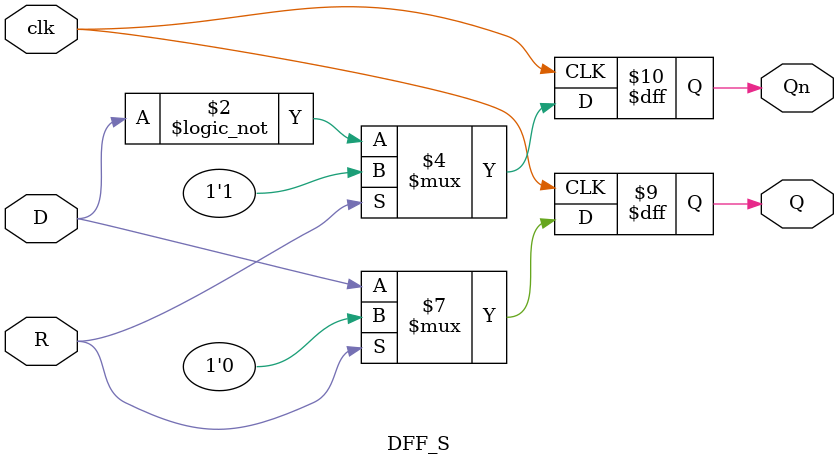
<source format=v>
`timescale 1ns / 1ps


module DFF(
    input D, input R, input clk, output reg Q, output reg Qn
    );
    
    always @(posedge clk or posedge R)
        begin
            if(R) begin
                Q <= 0; Qn <= 1;
            end
            else begin
                Q <= D; Qn <= !D;
            end
        end
endmodule


module DFF_S(
    input D, input R, input clk, output reg Q, output reg Qn
    );
    
    always @(posedge clk)
        begin
            if(R) begin
                Q <= 0; Qn <= 1;
            end
            else begin
                Q <= D; Qn <= !D;
            end
        end
endmodule

</source>
